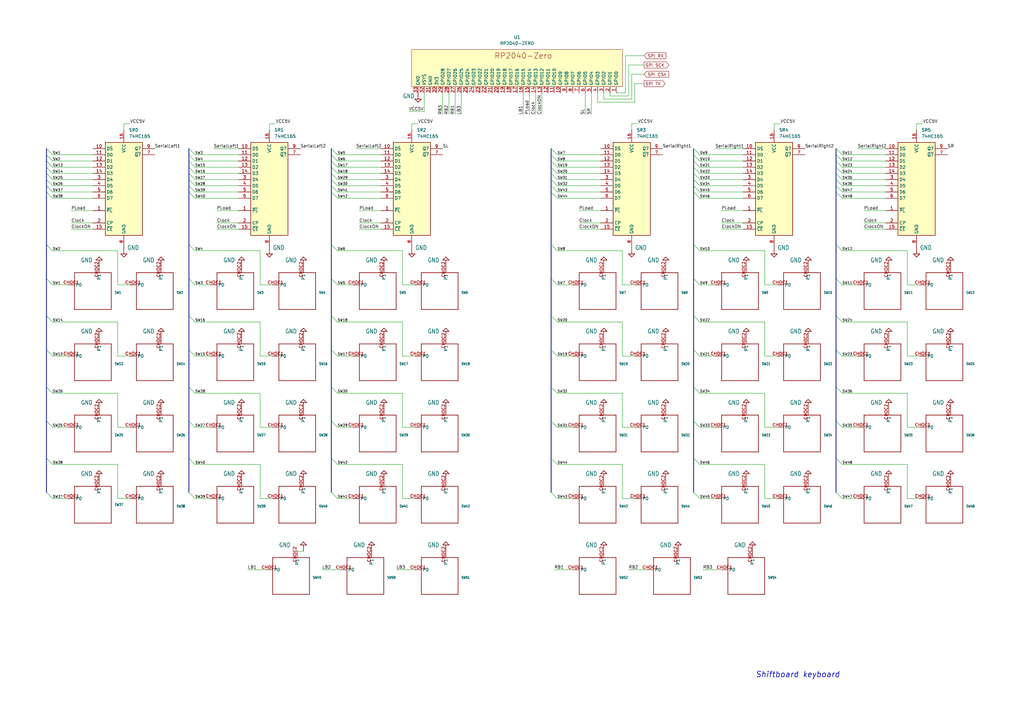
<source format=kicad_sch>
(kicad_sch (version 20211123) (generator eeschema)
  (paper "A3")
  (bus_entry (at 284.48 187.96) (size 2.54 2.54))
  (bus_entry (at 342.9 172.72) (size 2.54 2.54))
  (bus_entry (at 284.48 71.12) (size 2.54 2.54))
  (bus_entry (at 342.9 76.2) (size 2.54 2.54))
  (bus_entry (at 19.05 129.54) (size 2.54 2.54))
  (bus_entry (at 77.47 66.04) (size 2.54 2.54))
  (bus_entry (at 77.47 143.51) (size 2.54 2.54))
  (bus_entry (at 135.89 78.74) (size 2.54 2.54))
  (bus_entry (at 284.48 73.66) (size 2.54 2.54))
  (bus_entry (at 77.47 172.72) (size 2.54 2.54))
  (bus_entry (at 77.47 78.74) (size 2.54 2.54))
  (bus_entry (at 284.48 114.3) (size 2.54 2.54))
  (bus_entry (at 77.47 114.3) (size 2.54 2.54))
  (bus_entry (at 226.06 100.33) (size 2.54 2.54))
  (bus_entry (at 226.06 73.66) (size 2.54 2.54))
  (bus_entry (at 342.9 63.5) (size 2.54 2.54))
  (bus_entry (at 284.48 143.51) (size 2.54 2.54))
  (bus_entry (at 284.48 158.75) (size 2.54 2.54))
  (bus_entry (at 77.47 100.33) (size 2.54 2.54))
  (bus_entry (at 135.89 73.66) (size 2.54 2.54))
  (bus_entry (at 284.48 78.74) (size 2.54 2.54))
  (bus_entry (at 19.05 187.96) (size 2.54 2.54))
  (bus_entry (at 19.05 158.75) (size 2.54 2.54))
  (bus_entry (at 19.05 100.33) (size 2.54 2.54))
  (bus_entry (at 77.47 187.96) (size 2.54 2.54))
  (bus_entry (at 135.89 158.75) (size 2.54 2.54))
  (bus_entry (at 77.47 201.93) (size 2.54 2.54))
  (bus_entry (at 135.89 143.51) (size 2.54 2.54))
  (bus_entry (at 135.89 172.72) (size 2.54 2.54))
  (bus_entry (at 135.89 114.3) (size 2.54 2.54))
  (bus_entry (at 77.47 158.75) (size 2.54 2.54))
  (bus_entry (at 135.89 71.12) (size 2.54 2.54))
  (bus_entry (at 284.48 172.72) (size 2.54 2.54))
  (bus_entry (at 135.89 76.2) (size 2.54 2.54))
  (bus_entry (at 284.48 201.93) (size 2.54 2.54))
  (bus_entry (at 342.9 68.58) (size 2.54 2.54))
  (bus_entry (at 135.89 66.04) (size 2.54 2.54))
  (bus_entry (at 226.06 129.54) (size 2.54 2.54))
  (bus_entry (at 226.06 66.04) (size 2.54 2.54))
  (bus_entry (at 226.06 78.74) (size 2.54 2.54))
  (bus_entry (at 342.9 143.51) (size 2.54 2.54))
  (bus_entry (at 226.06 172.72) (size 2.54 2.54))
  (bus_entry (at 284.48 60.96) (size 2.54 2.54))
  (bus_entry (at 226.06 60.96) (size 2.54 2.54))
  (bus_entry (at 135.89 60.96) (size 2.54 2.54))
  (bus_entry (at 135.89 187.96) (size 2.54 2.54))
  (bus_entry (at 284.48 66.04) (size 2.54 2.54))
  (bus_entry (at 226.06 143.51) (size 2.54 2.54))
  (bus_entry (at 342.9 73.66) (size 2.54 2.54))
  (bus_entry (at 77.47 68.58) (size 2.54 2.54))
  (bus_entry (at 135.89 201.93) (size 2.54 2.54))
  (bus_entry (at 77.47 71.12) (size 2.54 2.54))
  (bus_entry (at 226.06 114.3) (size 2.54 2.54))
  (bus_entry (at 342.9 114.3) (size 2.54 2.54))
  (bus_entry (at 342.9 71.12) (size 2.54 2.54))
  (bus_entry (at 342.9 66.04) (size 2.54 2.54))
  (bus_entry (at 19.05 172.72) (size 2.54 2.54))
  (bus_entry (at 19.05 143.51) (size 2.54 2.54))
  (bus_entry (at 19.05 114.3) (size 2.54 2.54))
  (bus_entry (at 284.48 76.2) (size 2.54 2.54))
  (bus_entry (at 226.06 187.96) (size 2.54 2.54))
  (bus_entry (at 19.05 201.93) (size 2.54 2.54))
  (bus_entry (at 19.05 71.12) (size 2.54 2.54))
  (bus_entry (at 19.05 76.2) (size 2.54 2.54))
  (bus_entry (at 19.05 73.66) (size 2.54 2.54))
  (bus_entry (at 19.05 68.58) (size 2.54 2.54))
  (bus_entry (at 19.05 63.5) (size 2.54 2.54))
  (bus_entry (at 19.05 60.96) (size 2.54 2.54))
  (bus_entry (at 19.05 66.04) (size 2.54 2.54))
  (bus_entry (at 19.05 78.74) (size 2.54 2.54))
  (bus_entry (at 77.47 73.66) (size 2.54 2.54))
  (bus_entry (at 226.06 68.58) (size 2.54 2.54))
  (bus_entry (at 135.89 100.33) (size 2.54 2.54))
  (bus_entry (at 226.06 76.2) (size 2.54 2.54))
  (bus_entry (at 342.9 201.93) (size 2.54 2.54))
  (bus_entry (at 77.47 63.5) (size 2.54 2.54))
  (bus_entry (at 226.06 201.93) (size 2.54 2.54))
  (bus_entry (at 284.48 68.58) (size 2.54 2.54))
  (bus_entry (at 342.9 129.54) (size 2.54 2.54))
  (bus_entry (at 284.48 129.54) (size 2.54 2.54))
  (bus_entry (at 226.06 158.75) (size 2.54 2.54))
  (bus_entry (at 226.06 71.12) (size 2.54 2.54))
  (bus_entry (at 77.47 60.96) (size 2.54 2.54))
  (bus_entry (at 135.89 129.54) (size 2.54 2.54))
  (bus_entry (at 135.89 68.58) (size 2.54 2.54))
  (bus_entry (at 342.9 100.33) (size 2.54 2.54))
  (bus_entry (at 77.47 76.2) (size 2.54 2.54))
  (bus_entry (at 342.9 78.74) (size 2.54 2.54))
  (bus_entry (at 342.9 158.75) (size 2.54 2.54))
  (bus_entry (at 342.9 60.96) (size 2.54 2.54))
  (bus_entry (at 284.48 63.5) (size 2.54 2.54))
  (bus_entry (at 77.47 129.54) (size 2.54 2.54))
  (bus_entry (at 226.06 63.5) (size 2.54 2.54))
  (bus_entry (at 284.48 100.33) (size 2.54 2.54))
  (bus_entry (at 135.89 63.5) (size 2.54 2.54))
  (bus_entry (at 342.9 187.96) (size 2.54 2.54))
  (bus (pts (xy 342.9 187.96) (xy 342.9 201.93)))
  (wire (pts (xy 138.43 71.12) (xy 156.21 71.12)))
  (bus (pts (xy 77.47 129.54) (xy 77.47 143.51)))
  (wire (pts (xy 138.43 146.05) (xy 144.78 146.05)))
  (wire (pts (xy 313.69 204.47) (xy 313.69 190.5)))
  (wire (pts (xy 21.59 81.28) (xy 38.1 81.28)))
  (wire (pts (xy 80.01 71.12) (xy 97.79 71.12)))
  (wire (pts (xy 168.91 53.34) (xy 168.91 50.8)))
  (wire (pts (xy 345.44 190.5) (xy 372.11 190.5)))
  (bus (pts (xy 342.9 63.5) (xy 342.9 66.04)))
  (wire (pts (xy 29.21 91.44) (xy 38.1 91.44)))
  (wire (pts (xy 189.23 38.1) (xy 189.23 46.99)))
  (wire (pts (xy 53.34 204.47) (xy 48.26 204.47)))
  (wire (pts (xy 250.19 38.1) (xy 250.19 39.37)))
  (wire (pts (xy 237.49 93.98) (xy 246.38 93.98)))
  (wire (pts (xy 287.02 204.47) (xy 293.37 204.47)))
  (bus (pts (xy 77.47 66.04) (xy 77.47 68.58)))
  (wire (pts (xy 21.59 63.5) (xy 38.1 63.5)))
  (wire (pts (xy 372.11 204.47) (xy 372.11 190.5)))
  (wire (pts (xy 237.49 91.44) (xy 246.38 91.44)))
  (wire (pts (xy 287.02 73.66) (xy 304.8 73.66)))
  (bus (pts (xy 284.48 100.33) (xy 284.48 114.3)))
  (bus (pts (xy 284.48 78.74) (xy 284.48 100.33)))
  (bus (pts (xy 226.06 66.04) (xy 226.06 68.58)))
  (wire (pts (xy 345.44 68.58) (xy 363.22 68.58)))
  (wire (pts (xy 345.44 116.84) (xy 351.79 116.84)))
  (wire (pts (xy 121.92 226.06) (xy 124.46 226.06)))
  (wire (pts (xy 165.1 116.84) (xy 165.1 102.87)))
  (wire (pts (xy 257.81 26.67) (xy 264.16 26.67)))
  (bus (pts (xy 342.9 76.2) (xy 342.9 78.74)))
  (wire (pts (xy 170.18 204.47) (xy 165.1 204.47)))
  (wire (pts (xy 256.54 38.1) (xy 256.54 22.86)))
  (wire (pts (xy 313.69 146.05) (xy 313.69 132.08)))
  (wire (pts (xy 138.43 63.5) (xy 156.21 63.5)))
  (bus (pts (xy 77.47 78.74) (xy 77.47 100.33)))
  (wire (pts (xy 228.6 175.26) (xy 234.95 175.26)))
  (bus (pts (xy 77.47 76.2) (xy 77.47 78.74)))
  (bus (pts (xy 284.48 66.04) (xy 284.48 68.58)))
  (bus (pts (xy 19.05 63.5) (xy 19.05 66.04)))
  (bus (pts (xy 284.48 172.72) (xy 284.48 187.96)))
  (bus (pts (xy 19.05 172.72) (xy 19.05 187.96)))
  (wire (pts (xy 245.11 38.1) (xy 245.11 41.91)))
  (wire (pts (xy 147.32 91.44) (xy 156.21 91.44)))
  (bus (pts (xy 135.89 76.2) (xy 135.89 78.74)))
  (wire (pts (xy 228.6 68.58) (xy 246.38 68.58)))
  (wire (pts (xy 372.11 146.05) (xy 372.11 132.08)))
  (bus (pts (xy 19.05 71.12) (xy 19.05 73.66)))
  (wire (pts (xy 21.59 116.84) (xy 27.94 116.84)))
  (wire (pts (xy 345.44 81.28) (xy 363.22 81.28)))
  (bus (pts (xy 77.47 172.72) (xy 77.47 187.96)))
  (wire (pts (xy 345.44 71.12) (xy 363.22 71.12)))
  (wire (pts (xy 146.05 60.96) (xy 156.21 60.96)))
  (wire (pts (xy 287.02 66.04) (xy 304.8 66.04)))
  (bus (pts (xy 77.47 158.75) (xy 77.47 172.72)))
  (wire (pts (xy 184.15 38.1) (xy 184.15 46.99)))
  (wire (pts (xy 219.71 46.99) (xy 219.71 38.1)))
  (wire (pts (xy 186.69 38.1) (xy 186.69 46.99)))
  (wire (pts (xy 168.91 50.8) (xy 171.45 50.8)))
  (wire (pts (xy 80.01 102.87) (xy 106.68 102.87)))
  (wire (pts (xy 147.32 86.36) (xy 156.21 86.36)))
  (wire (pts (xy 48.26 116.84) (xy 48.26 102.87)))
  (wire (pts (xy 260.35 146.05) (xy 255.27 146.05)))
  (wire (pts (xy 377.19 204.47) (xy 372.11 204.47)))
  (wire (pts (xy 138.43 204.47) (xy 144.78 204.47)))
  (wire (pts (xy 377.19 175.26) (xy 372.11 175.26)))
  (wire (pts (xy 228.6 71.12) (xy 246.38 71.12)))
  (wire (pts (xy 228.6 66.04) (xy 246.38 66.04)))
  (wire (pts (xy 106.68 116.84) (xy 106.68 102.87)))
  (wire (pts (xy 138.43 76.2) (xy 156.21 76.2)))
  (wire (pts (xy 259.08 50.8) (xy 261.62 50.8)))
  (wire (pts (xy 228.6 102.87) (xy 255.27 102.87)))
  (bus (pts (xy 226.06 143.51) (xy 226.06 158.75)))
  (bus (pts (xy 19.05 158.75) (xy 19.05 172.72)))
  (bus (pts (xy 342.9 68.58) (xy 342.9 71.12)))
  (wire (pts (xy 228.6 146.05) (xy 234.95 146.05)))
  (wire (pts (xy 138.43 81.28) (xy 156.21 81.28)))
  (wire (pts (xy 80.01 175.26) (xy 86.36 175.26)))
  (wire (pts (xy 345.44 66.04) (xy 363.22 66.04)))
  (wire (pts (xy 88.9 93.98) (xy 97.79 93.98)))
  (bus (pts (xy 19.05 66.04) (xy 19.05 68.58)))
  (wire (pts (xy 138.43 175.26) (xy 144.78 175.26)))
  (wire (pts (xy 228.6 132.08) (xy 255.27 132.08)))
  (wire (pts (xy 80.01 76.2) (xy 97.79 76.2)))
  (wire (pts (xy 48.26 204.47) (xy 48.26 190.5)))
  (wire (pts (xy 257.81 233.68) (xy 265.43 233.68)))
  (wire (pts (xy 80.01 78.74) (xy 97.79 78.74)))
  (wire (pts (xy 80.01 63.5) (xy 97.79 63.5)))
  (wire (pts (xy 111.76 116.84) (xy 106.68 116.84)))
  (wire (pts (xy 287.02 63.5) (xy 304.8 63.5)))
  (wire (pts (xy 80.01 190.5) (xy 106.68 190.5)))
  (bus (pts (xy 284.48 68.58) (xy 284.48 71.12)))
  (bus (pts (xy 226.06 76.2) (xy 226.06 78.74)))
  (wire (pts (xy 21.59 78.74) (xy 38.1 78.74)))
  (bus (pts (xy 77.47 71.12) (xy 77.47 73.66)))
  (wire (pts (xy 318.77 204.47) (xy 313.69 204.47)))
  (bus (pts (xy 342.9 158.75) (xy 342.9 172.72)))
  (wire (pts (xy 138.43 73.66) (xy 156.21 73.66)))
  (bus (pts (xy 342.9 143.51) (xy 342.9 158.75)))
  (wire (pts (xy 80.01 68.58) (xy 97.79 68.58)))
  (wire (pts (xy 237.49 86.36) (xy 246.38 86.36)))
  (wire (pts (xy 317.5 53.34) (xy 317.5 50.8)))
  (bus (pts (xy 342.9 78.74) (xy 342.9 100.33)))
  (wire (pts (xy 21.59 71.12) (xy 38.1 71.12)))
  (wire (pts (xy 48.26 146.05) (xy 48.26 132.08)))
  (bus (pts (xy 284.48 158.75) (xy 284.48 172.72)))
  (bus (pts (xy 226.06 71.12) (xy 226.06 73.66)))
  (bus (pts (xy 77.47 68.58) (xy 77.47 71.12)))
  (wire (pts (xy 106.68 146.05) (xy 106.68 132.08)))
  (bus (pts (xy 284.48 76.2) (xy 284.48 78.74)))
  (wire (pts (xy 293.37 60.96) (xy 304.8 60.96)))
  (wire (pts (xy 287.02 71.12) (xy 304.8 71.12)))
  (wire (pts (xy 132.08 233.68) (xy 139.7 233.68)))
  (bus (pts (xy 19.05 60.96) (xy 19.05 63.5)))
  (wire (pts (xy 351.79 60.96) (xy 363.22 60.96)))
  (wire (pts (xy 80.01 66.04) (xy 97.79 66.04)))
  (bus (pts (xy 135.89 100.33) (xy 135.89 114.3)))
  (wire (pts (xy 377.19 116.84) (xy 372.11 116.84)))
  (wire (pts (xy 80.01 204.47) (xy 86.36 204.47)))
  (wire (pts (xy 80.01 81.28) (xy 97.79 81.28)))
  (wire (pts (xy 138.43 190.5) (xy 165.1 190.5)))
  (wire (pts (xy 170.18 175.26) (xy 165.1 175.26)))
  (bus (pts (xy 77.47 143.51) (xy 77.47 158.75)))
  (bus (pts (xy 135.89 78.74) (xy 135.89 100.33)))
  (bus (pts (xy 284.48 71.12) (xy 284.48 73.66)))
  (bus (pts (xy 284.48 143.51) (xy 284.48 158.75)))
  (wire (pts (xy 345.44 63.5) (xy 363.22 63.5)))
  (wire (pts (xy 288.29 233.68) (xy 295.91 233.68)))
  (bus (pts (xy 135.89 68.58) (xy 135.89 71.12)))
  (bus (pts (xy 226.06 68.58) (xy 226.06 71.12)))
  (wire (pts (xy 228.6 81.28) (xy 246.38 81.28)))
  (bus (pts (xy 226.06 158.75) (xy 226.06 172.72)))
  (wire (pts (xy 29.21 86.36) (xy 38.1 86.36)))
  (wire (pts (xy 345.44 78.74) (xy 363.22 78.74)))
  (wire (pts (xy 287.02 175.26) (xy 293.37 175.26)))
  (wire (pts (xy 21.59 132.08) (xy 48.26 132.08)))
  (wire (pts (xy 345.44 146.05) (xy 351.79 146.05)))
  (wire (pts (xy 345.44 161.29) (xy 372.11 161.29)))
  (wire (pts (xy 101.6 233.68) (xy 109.22 233.68)))
  (bus (pts (xy 226.06 187.96) (xy 226.06 201.93)))
  (wire (pts (xy 217.17 46.99) (xy 217.17 38.1)))
  (wire (pts (xy 354.33 93.98) (xy 363.22 93.98)))
  (wire (pts (xy 287.02 68.58) (xy 304.8 68.58)))
  (wire (pts (xy 252.73 38.1) (xy 256.54 38.1)))
  (bus (pts (xy 135.89 172.72) (xy 135.89 187.96)))
  (wire (pts (xy 138.43 102.87) (xy 165.1 102.87)))
  (bus (pts (xy 284.48 187.96) (xy 284.48 201.93)))
  (wire (pts (xy 287.02 161.29) (xy 313.69 161.29)))
  (wire (pts (xy 260.35 41.91) (xy 260.35 34.29)))
  (wire (pts (xy 228.6 204.47) (xy 234.95 204.47)))
  (wire (pts (xy 345.44 76.2) (xy 363.22 76.2)))
  (wire (pts (xy 372.11 175.26) (xy 372.11 161.29)))
  (wire (pts (xy 106.68 204.47) (xy 106.68 190.5)))
  (wire (pts (xy 247.65 38.1) (xy 247.65 40.64)))
  (wire (pts (xy 287.02 81.28) (xy 304.8 81.28)))
  (wire (pts (xy 259.08 40.64) (xy 259.08 30.48)))
  (wire (pts (xy 21.59 204.47) (xy 27.94 204.47)))
  (wire (pts (xy 138.43 68.58) (xy 156.21 68.58)))
  (bus (pts (xy 77.47 100.33) (xy 77.47 114.3)))
  (wire (pts (xy 250.19 39.37) (xy 257.81 39.37)))
  (wire (pts (xy 21.59 146.05) (xy 27.94 146.05)))
  (wire (pts (xy 245.11 41.91) (xy 260.35 41.91)))
  (wire (pts (xy 260.35 175.26) (xy 255.27 175.26)))
  (wire (pts (xy 170.18 116.84) (xy 165.1 116.84)))
  (wire (pts (xy 240.03 38.1) (xy 240.03 46.99)))
  (bus (pts (xy 342.9 73.66) (xy 342.9 76.2)))
  (wire (pts (xy 111.76 146.05) (xy 106.68 146.05)))
  (wire (pts (xy 228.6 73.66) (xy 246.38 73.66)))
  (wire (pts (xy 345.44 204.47) (xy 351.79 204.47)))
  (bus (pts (xy 135.89 63.5) (xy 135.89 66.04)))
  (bus (pts (xy 226.06 73.66) (xy 226.06 76.2)))
  (wire (pts (xy 106.68 175.26) (xy 106.68 161.29)))
  (wire (pts (xy 87.63 60.96) (xy 97.79 60.96)))
  (wire (pts (xy 138.43 161.29) (xy 165.1 161.29)))
  (wire (pts (xy 147.32 93.98) (xy 156.21 93.98)))
  (wire (pts (xy 287.02 102.87) (xy 313.69 102.87)))
  (wire (pts (xy 354.33 86.36) (xy 363.22 86.36)))
  (bus (pts (xy 284.48 60.96) (xy 284.48 63.5)))
  (bus (pts (xy 284.48 129.54) (xy 284.48 143.51)))
  (wire (pts (xy 377.19 146.05) (xy 372.11 146.05)))
  (wire (pts (xy 110.49 53.34) (xy 110.49 50.8)))
  (bus (pts (xy 77.47 114.3) (xy 77.47 129.54)))
  (wire (pts (xy 21.59 190.5) (xy 48.26 190.5)))
  (wire (pts (xy 228.6 190.5) (xy 255.27 190.5)))
  (wire (pts (xy 162.56 233.68) (xy 170.18 233.68)))
  (wire (pts (xy 313.69 116.84) (xy 313.69 102.87)))
  (wire (pts (xy 167.64 45.72) (xy 173.99 45.72)))
  (bus (pts (xy 284.48 63.5) (xy 284.48 66.04)))
  (bus (pts (xy 226.06 172.72) (xy 226.06 187.96)))
  (wire (pts (xy 228.6 161.29) (xy 255.27 161.29)))
  (bus (pts (xy 135.89 129.54) (xy 135.89 143.51)))
  (wire (pts (xy 313.69 175.26) (xy 313.69 161.29)))
  (bus (pts (xy 226.06 60.96) (xy 226.06 63.5)))
  (bus (pts (xy 226.06 114.3) (xy 226.06 129.54)))
  (wire (pts (xy 173.99 38.1) (xy 173.99 45.72)))
  (bus (pts (xy 226.06 100.33) (xy 226.06 114.3)))
  (bus (pts (xy 19.05 114.3) (xy 19.05 129.54)))
  (wire (pts (xy 138.43 66.04) (xy 156.21 66.04)))
  (wire (pts (xy 138.43 78.74) (xy 156.21 78.74)))
  (wire (pts (xy 227.33 233.68) (xy 234.95 233.68)))
  (wire (pts (xy 372.11 116.84) (xy 372.11 102.87)))
  (wire (pts (xy 110.49 50.8) (xy 113.03 50.8)))
  (wire (pts (xy 80.01 161.29) (xy 106.68 161.29)))
  (wire (pts (xy 318.77 116.84) (xy 313.69 116.84)))
  (wire (pts (xy 375.92 53.34) (xy 375.92 50.8)))
  (wire (pts (xy 53.34 175.26) (xy 48.26 175.26)))
  (bus (pts (xy 19.05 78.74) (xy 19.05 100.33)))
  (wire (pts (xy 21.59 76.2) (xy 38.1 76.2)))
  (wire (pts (xy 21.59 68.58) (xy 38.1 68.58)))
  (bus (pts (xy 284.48 73.66) (xy 284.48 76.2)))
  (bus (pts (xy 135.89 66.04) (xy 135.89 68.58)))
  (wire (pts (xy 228.6 76.2) (xy 246.38 76.2)))
  (bus (pts (xy 77.47 63.5) (xy 77.47 66.04)))
  (wire (pts (xy 80.01 146.05) (xy 86.36 146.05)))
  (wire (pts (xy 287.02 132.08) (xy 313.69 132.08)))
  (wire (pts (xy 259.08 53.34) (xy 259.08 50.8)))
  (wire (pts (xy 53.34 146.05) (xy 48.26 146.05)))
  (wire (pts (xy 257.81 39.37) (xy 257.81 26.67)))
  (bus (pts (xy 135.89 143.51) (xy 135.89 158.75)))
  (bus (pts (xy 135.89 60.96) (xy 135.89 63.5)))
  (wire (pts (xy 260.35 204.47) (xy 255.27 204.47)))
  (wire (pts (xy 260.35 116.84) (xy 255.27 116.84)))
  (bus (pts (xy 342.9 60.96) (xy 342.9 63.5)))
  (wire (pts (xy 111.76 175.26) (xy 106.68 175.26)))
  (wire (pts (xy 260.35 34.29) (xy 264.16 34.29)))
  (wire (pts (xy 138.43 132.08) (xy 165.1 132.08)))
  (bus (pts (xy 342.9 172.72) (xy 342.9 187.96)))
  (wire (pts (xy 345.44 73.66) (xy 363.22 73.66)))
  (wire (pts (xy 53.34 116.84) (xy 48.26 116.84)))
  (wire (pts (xy 287.02 146.05) (xy 293.37 146.05)))
  (bus (pts (xy 19.05 73.66) (xy 19.05 76.2)))
  (wire (pts (xy 287.02 190.5) (xy 313.69 190.5)))
  (wire (pts (xy 318.77 146.05) (xy 313.69 146.05)))
  (bus (pts (xy 135.89 158.75) (xy 135.89 172.72)))
  (wire (pts (xy 80.01 132.08) (xy 106.68 132.08)))
  (wire (pts (xy 214.63 38.1) (xy 214.63 46.99)))
  (bus (pts (xy 226.06 78.74) (xy 226.06 100.33)))
  (bus (pts (xy 77.47 60.96) (xy 77.47 63.5)))
  (wire (pts (xy 21.59 175.26) (xy 27.94 175.26)))
  (wire (pts (xy 375.92 50.8) (xy 378.46 50.8)))
  (bus (pts (xy 19.05 76.2) (xy 19.05 78.74)))
  (bus (pts (xy 284.48 114.3) (xy 284.48 129.54)))
  (wire (pts (xy 48.26 175.26) (xy 48.26 161.29)))
  (wire (pts (xy 138.43 116.84) (xy 144.78 116.84)))
  (bus (pts (xy 226.06 129.54) (xy 226.06 143.51)))
  (bus (pts (xy 135.89 187.96) (xy 135.89 201.93)))
  (wire (pts (xy 165.1 175.26) (xy 165.1 161.29)))
  (wire (pts (xy 80.01 73.66) (xy 97.79 73.66)))
  (bus (pts (xy 77.47 187.96) (xy 77.47 201.93)))
  (wire (pts (xy 29.21 93.98) (xy 38.1 93.98)))
  (bus (pts (xy 77.47 73.66) (xy 77.47 76.2)))
  (wire (pts (xy 242.57 38.1) (xy 242.57 46.99)))
  (wire (pts (xy 345.44 132.08) (xy 372.11 132.08)))
  (wire (pts (xy 88.9 86.36) (xy 97.79 86.36)))
  (wire (pts (xy 88.9 91.44) (xy 97.79 91.44)))
  (bus (pts (xy 342.9 129.54) (xy 342.9 143.51)))
  (bus (pts (xy 135.89 73.66) (xy 135.89 76.2)))
  (wire (pts (xy 50.8 50.8) (xy 53.34 50.8)))
  (wire (pts (xy 170.18 146.05) (xy 165.1 146.05)))
  (wire (pts (xy 256.54 22.86) (xy 264.16 22.86)))
  (bus (pts (xy 342.9 66.04) (xy 342.9 68.58)))
  (bus (pts (xy 342.9 71.12) (xy 342.9 73.66)))
  (wire (pts (xy 21.59 102.87) (xy 48.26 102.87)))
  (wire (pts (xy 228.6 63.5) (xy 246.38 63.5)))
  (wire (pts (xy 21.59 161.29) (xy 48.26 161.29)))
  (wire (pts (xy 165.1 204.47) (xy 165.1 190.5)))
  (wire (pts (xy 255.27 175.26) (xy 255.27 161.29)))
  (wire (pts (xy 111.76 204.47) (xy 106.68 204.47)))
  (wire (pts (xy 21.59 66.04) (xy 38.1 66.04)))
  (bus (pts (xy 19.05 129.54) (xy 19.05 143.51)))
  (bus (pts (xy 135.89 71.12) (xy 135.89 73.66)))
  (wire (pts (xy 287.02 78.74) (xy 304.8 78.74)))
  (wire (pts (xy 247.65 40.64) (xy 259.08 40.64)))
  (wire (pts (xy 295.91 86.36) (xy 304.8 86.36)))
  (wire (pts (xy 80.01 116.84) (xy 86.36 116.84)))
  (wire (pts (xy 295.91 91.44) (xy 304.8 91.44)))
  (wire (pts (xy 255.27 116.84) (xy 255.27 102.87)))
  (wire (pts (xy 228.6 78.74) (xy 246.38 78.74)))
  (bus (pts (xy 19.05 68.58) (xy 19.05 71.12)))
  (wire (pts (xy 255.27 146.05) (xy 255.27 132.08)))
  (wire (pts (xy 255.27 204.47) (xy 255.27 190.5)))
  (wire (pts (xy 21.59 73.66) (xy 38.1 73.66)))
  (bus (pts (xy 19.05 100.33) (xy 19.05 114.3)))
  (wire (pts (xy 222.25 38.1) (xy 222.25 46.99)))
  (bus (pts (xy 342.9 114.3) (xy 342.9 129.54)))
  (wire (pts (xy 165.1 146.05) (xy 165.1 132.08)))
  (bus (pts (xy 342.9 100.33) (xy 342.9 114.3)))
  (wire (pts (xy 287.02 116.84) (xy 293.37 116.84)))
  (wire (pts (xy 345.44 102.87) (xy 372.11 102.87)))
  (bus (pts (xy 19.05 187.96) (xy 19.05 201.93)))
  (wire (pts (xy 345.44 175.26) (xy 351.79 175.26)))
  (wire (pts (xy 259.08 30.48) (xy 264.16 30.48)))
  (wire (pts (xy 50.8 53.34) (xy 50.8 50.8)))
  (wire (pts (xy 181.61 38.1) (xy 181.61 46.99)))
  (bus (pts (xy 135.89 114.3) (xy 135.89 129.54)))
  (bus (pts (xy 19.05 143.51) (xy 19.05 158.75)))
  (wire (pts (xy 295.91 93.98) (xy 304.8 93.98)))
  (wire (pts (xy 354.33 91.44) (xy 363.22 91.44)))
  (wire (pts (xy 317.5 50.8) (xy 320.04 50.8)))
  (wire (pts (xy 287.02 76.2) (xy 304.8 76.2)))
  (bus (pts (xy 226.06 63.5) (xy 226.06 66.04)))
  (wire (pts (xy 228.6 116.84) (xy 234.95 116.84)))
  (wire (pts (xy 318.77 175.26) (xy 313.69 175.26)))
  (text "Shiftboard keyboard" (at 309.88 278.13 0) (effects (font (size 2.27 2.27) (thickness 0.254) bold italic) (justify left bottom)))
  (label "SW37" (at 21.59 78.74 0) (effects (font (size 1 1))))
  (label "Clock" (at 354.33 91.44 0))
  (label "SW13" (at 21.59 146.05 0) (effects (font (size 1 1))))
  (label "ClockON" (at 354.33 93.98 0))
  (label "SW12" (at 345.44 66.04 0) (effects (font (size 1 1))))
  (label "SW7" (at 228.6 63.5 0) (effects (font (size 1 1))))
  (label "SW43" (at 228.6 204.47 0) (effects (font (size 1 1))))
  (label "SW48" (at 345.44 81.28 0) (effects (font (size 1 1))))
  (label "SW44" (at 228.6 81.28 0) (effects (font (size 1 1))))
  (label "SW2" (at 21.59 102.87 0) (effects (font (size 1 1))))
  (label "SW43" (at 228.6 78.74 0) (effects (font (size 1 1))))
  (label "ClockON" (at 29.21 93.98 0))
  (label "ClockON" (at 147.32 93.98 0))
  (label "PLoad" (at 237.49 86.36 0))
  (label "VCC5V" (at 167.64 45.72 0))
  (label "SW11" (at 345.44 63.5 0) (effects (font (size 1 1))))
  (label "SW31" (at 228.6 73.66 0) (effects (font (size 1 1))))
  (label "SW46" (at 287.02 81.28 0) (effects (font (size 1 1))))
  (label "SW1" (at 21.59 63.5 0) (effects (font (size 1 1))))
  (label "SW35" (at 345.44 73.66 0) (effects (font (size 1 1))))
  (label "SW20" (at 228.6 132.08 0) (effects (font (size 1 1))))
  (label "SW22" (at 287.02 71.12 0) (effects (font (size 1 1))))
  (label "SW12" (at 345.44 102.87 0) (effects (font (size 1 1))))
  (label "SW33" (at 287.02 73.66 0) (effects (font (size 1 1))))
  (label "SW15" (at 80.01 146.05 0) (effects (font (size 1 1))))
  (label "SW47" (at 345.44 78.74 0) (effects (font (size 1 1))))
  (label "SW45" (at 287.02 78.74 0) (effects (font (size 1 1))))
  (label "SW40" (at 80.01 81.28 0) (effects (font (size 1 1))))
  (label "VCC5V" (at 320.04 50.8 0))
  (label "SW35" (at 345.44 175.26 0) (effects (font (size 1 1))))
  (label "LB1" (at 101.6 233.68 0))
  (label "SW6" (at 138.43 102.87 0) (effects (font (size 1 1))))
  (label "SW10" (at 287.02 102.87 0) (effects (font (size 1 1))))
  (label "SW7" (at 228.6 116.84 0) (effects (font (size 1 1))))
  (label "PLoad" (at 29.21 86.36 0))
  (label "SerialLeft1" (at 87.63 60.96 0))
  (label "ClockON" (at 237.49 93.98 0))
  (label "SW11" (at 345.44 116.84 0) (effects (font (size 1 1))))
  (label "SW45" (at 287.02 204.47 0) (effects (font (size 1 1))))
  (label "PLoad" (at 217.17 46.99 90))
  (label "SW39" (at 80.01 204.47 0) (effects (font (size 1 1))))
  (label "SW4" (at 80.01 102.87 0) (effects (font (size 1 1))))
  (label "SW34" (at 287.02 161.29 0) (effects (font (size 1 1))))
  (label "RB1" (at 227.33 233.68 0))
  (label "PLoad" (at 354.33 86.36 0))
  (label "RB2" (at 184.15 46.99 90))
  (label "SW3" (at 80.01 63.5 0) (effects (font (size 1 1))))
  (label "SW23" (at 345.44 68.58 0) (effects (font (size 1 1))))
  (label "SW25" (at 21.59 73.66 0) (effects (font (size 1 1))))
  (label "SW40" (at 80.01 190.5 0) (effects (font (size 1 1))))
  (label "SW1" (at 21.59 116.84 0) (effects (font (size 1 1))))
  (label "SW2" (at 21.59 66.04 0) (effects (font (size 1 1))))
  (label "SW41" (at 138.43 78.74 0) (effects (font (size 1 1))))
  (label "SR" (at 242.57 46.99 90))
  (label "SW37" (at 21.59 204.47 0) (effects (font (size 1 1))))
  (label "Clock" (at 29.21 91.44 0))
  (label "SR" (at 388.62 60.96 0))
  (label "PLoad" (at 88.9 86.36 0))
  (label "SW16" (at 80.01 71.12 0) (effects (font (size 1 1))))
  (label "SW5" (at 138.43 116.84 0) (effects (font (size 1 1))))
  (label "SW29" (at 138.43 73.66 0) (effects (font (size 1 1))))
  (label "SW3" (at 80.01 116.84 0) (effects (font (size 1 1))))
  (label "SerialRight2" (at 351.79 60.96 0))
  (label "Clock" (at 237.49 91.44 0))
  (label "SW42" (at 138.43 190.5 0) (effects (font (size 1 1))))
  (label "SerialRight2" (at 330.2 60.96 0))
  (label "SW44" (at 228.6 190.5 0) (effects (font (size 1 1))))
  (label "SW4" (at 80.01 66.04 0) (effects (font (size 1 1))))
  (label "SW41" (at 138.43 204.47 0) (effects (font (size 1 1))))
  (label "VCC5V" (at 171.45 50.8 0))
  (label "SerialLeft2" (at 123.19 60.96 0))
  (label "RB1" (at 186.69 46.99 90))
  (label "VCC5V" (at 113.03 50.8 0))
  (label "SW48" (at 345.44 190.5 0) (effects (font (size 1 1))))
  (label "SW21" (at 287.02 146.05 0) (effects (font (size 1 1))))
  (label "ClockON" (at 295.91 93.98 0))
  (label "SW26" (at 21.59 76.2 0) (effects (font (size 1 1))))
  (label "Clock" (at 147.32 91.44 0))
  (label "SW17" (at 138.43 146.05 0) (effects (font (size 1 1))))
  (label "PLoad" (at 147.32 86.36 0))
  (label "SW34" (at 287.02 76.2 0) (effects (font (size 1 1))))
  (label "SW31" (at 228.6 175.26 0) (effects (font (size 1 1))))
  (label "SW28" (at 80.01 76.2 0) (effects (font (size 1 1))))
  (label "RB3" (at 288.29 233.68 0))
  (label "LB2" (at 132.08 233.68 0))
  (label "SW9" (at 287.02 116.84 0) (effects (font (size 1 1))))
  (label "SW5" (at 138.43 63.5 0) (effects (font (size 1 1))))
  (label "SW36" (at 345.44 76.2 0) (effects (font (size 1 1))))
  (label "SW13" (at 21.59 68.58 0) (effects (font (size 1 1))))
  (label "SW33" (at 287.02 175.26 0) (effects (font (size 1 1))))
  (label "VCC5V" (at 261.62 50.8 0))
  (label "SW24" (at 345.44 132.08 0) (effects (font (size 1 1))))
  (label "SerialLeft2" (at 146.05 60.96 0))
  (label "SW6" (at 138.43 66.04 0) (effects (font (size 1 1))))
  (label "SW27" (at 80.01 73.66 0) (effects (font (size 1 1))))
  (label "SW17" (at 138.43 68.58 0) (effects (font (size 1 1))))
  (label "Clock" (at 295.91 91.44 0))
  (label "ClockON" (at 222.25 46.99 90))
  (label "SW22" (at 287.02 132.08 0) (effects (font (size 1 1))))
  (label "LB3" (at 162.56 233.68 0))
  (label "SerialLeft1" (at 63.5 60.96 0))
  (label "VCC5V" (at 378.46 50.8 0))
  (label "SW20" (at 228.6 71.12 0) (effects (font (size 1 1))))
  (label "SW19" (at 228.6 146.05 0) (effects (font (size 1 1))))
  (label "SW29" (at 138.43 175.26 0) (effects (font (size 1 1))))
  (label "SW32" (at 228.6 76.2 0) (effects (font (size 1 1))))
  (label "SW23" (at 345.44 146.05 0) (effects (font (size 1 1))))
  (label "SW26" (at 21.59 161.29 0) (effects (font (size 1 1))))
  (label "SW9" (at 287.02 63.5 0) (effects (font (size 1 1))))
  (label "ClockON" (at 88.9 93.98 0))
  (label "SW18" (at 138.43 71.12 0) (effects (font (size 1 1))))
  (label "SW24" (at 345.44 71.12 0) (effects (font (size 1 1))))
  (label "SW42" (at 138.43 81.28 0) (effects (font (size 1 1))))
  (label "SerialRight1" (at 271.78 60.96 0))
  (label "SW38" (at 21.59 190.5 0) (effects (font (size 1 1))))
  (label "SW36" (at 345.44 161.29 0) (effects (font (size 1 1))))
  (label "SW27" (at 80.01 175.26 0) (effects (font (size 1 1))))
  (label "SW8" (at 228.6 102.87 0) (effects (font (size 1 1))))
  (label "SW10" (at 287.02 66.04 0) (effects (font (size 1 1))))
  (label "VCC5V" (at 53.34 50.8 0))
  (label "SW14" (at 21.59 71.12 0) (effects (font (size 1 1))))
  (label "Clock" (at 219.71 46.99 90))
  (label "SL" (at 240.03 46.99 90))
  (label "SW25" (at 21.59 175.26 0) (effects (font (size 1 1))))
  (label "SW28" (at 80.01 161.29 0) (effects (font (size 1 1))))
  (label "SW15" (at 80.01 68.58 0) (effects (font (size 1 1))))
  (label "SL" (at 181.61 60.96 0))
  (label "SW30" (at 138.43 161.29 0) (effects (font (size 1 1))))
  (label "SW8" (at 228.6 66.04 0) (effects (font (size 1 1))))
  (label "SW14" (at 21.59 132.08 0) (effects (font (size 1 1))))
  (label "SW16" (at 80.01 132.08 0) (effects (font (size 1 1))))
  (label "SW47" (at 345.44 204.47 0) (effects (font (size 1 1))))
  (label "SW46" (at 287.02 190.5 0) (effects (font (size 1 1))))
  (label "PLoad" (at 295.91 86.36 0))
  (label "SW18" (at 138.43 132.08 0) (effects (font (size 1 1))))
  (label "LB1" (at 214.63 46.99 90))
  (label "RB3" (at 181.61 46.99 90))
  (label "SerialRight1" (at 293.37 60.96 0))
  (label "SW30" (at 138.43 76.2 0) (effects (font (size 1 1))))
  (label "RB2" (at 257.81 233.68 0))
  (label "SW19" (at 228.6 68.58 0) (effects (font (size 1 1))))
  (label "SW39" (at 80.01 78.74 0) (effects (font (size 1 1))))
  (label "LB3" (at 189.23 46.99 90))
  (label "SW21" (at 287.02 68.58 0) (effects (font (size 1 1))))
  (label "Clock" (at 88.9 91.44 0))
  (label "SW38" (at 21.59 81.28 0) (effects (font (size 1 1))))
  (label "SW32" (at 228.6 161.29 0) (effects (font (size 1 1))))
  (global_label "SPI TX" (shape output) (at 264.16 34.29 0) (property "Intersheet References" "${INTERSHEET_REFS}" (effects hide)))
  (global_label "SPI SCK" (shape output) (at 264.16 26.67 0) (property "Intersheet References" "${INTERSHEET_REFS}" (effects hide)))
  (global_label "SPI RX" (shape input) (at 264.16 22.86 0) (property "Intersheet References" "${INTERSHEET_REFS}" (effects hide)))
  (global_label "SPI CSn" (shape input) (at 264.16 30.48 0) (property "Intersheet References" "${INTERSHEET_REFS}" (effects hide)))
  (symbol (lib_id "Cyberdeck Mech Keeb-eagle-import:GND") (at 364.49 135.89 180) (unit 1)
    (property "Reference" "#SUPPLY0156" (effects hide))
    (property "Value" "GND" (at 359.41 135.89 0) (effects (font (size 1.778 1.5113))))
  )
  (symbol (lib_id "Cyberdeck Mech Keeb-eagle-import:GND") (at 306.07 135.89 180) (unit 1)
    (property "Reference" "#SUPPLY0153" (effects hide))
    (property "Value" "GND" (at 300.99 135.89 0) (effects (font (size 1.778 1.5113))))
  )
  (symbol (lib_id "74xx:74HC165") (at 50.8 76.2 0) (unit 1)
    (property "Reference" "SR0" (at 52.8194 53.34 0) (effects (justify left)))
    (property "Value" "74HC165" (at 52.8194 55.88 0) (effects (justify left)))
    (property "Datasheet" "https://assets.nexperia.com/documents/data-sheet/74HC_HCT165.pdf" (effects hide))
  )
  (symbol (lib_id "Cyberdeck Mech Keeb-eagle-import:GND") (at 168.91 104.14 0) (unit 1)
    (property "Reference" "#SUPPLY0127" (effects hide))
    (property "Value" "GND" (at 172.72 101.6 0) (effects (font (size 1.778 1.5113))))
  )
  (symbol (lib_id "Cyberdeck Mech Keeb-eagle-import:GND") (at 182.88 223.52 180) (unit 1)
    (property "Reference" "#SUPPLY0151" (effects hide))
    (property "Value" "GND" (at 177.8 223.52 0) (effects (font (size 1.778 1.5113))))
  )
  (symbol (lib_id "Cyberdeck Mech Keeb-eagle-import:GND") (at 99.06 106.68 180) (unit 1)
    (property "Reference" "#SUPPLY0120" (effects hide))
    (property "Value" "GND" (at 93.98 106.68 0) (effects (font (size 1.778 1.5113))))
  )
  (symbol (lib_id "Cyberdeck Mech Keeb-eagle-import:GND") (at 364.49 165.1 180) (unit 1)
    (property "Reference" "#SUPPLY0110" (effects hide))
    (property "Value" "GND" (at 359.41 165.1 0) (effects (font (size 1.778 1.5113))))
  )
  (symbol (lib_id "Cyberdeck Mech Keeb-eagle-import:KEYSWITCH-PLAIN-CHOC--6U") (at 121.92 148.59 0) (unit 1)
    (property "Reference" "SW16" (at 130.81 149.225 0) (effects (font (size 1 0.85)) (justify left)))
    (property "Value" "KEYSWITCH-PLAIN-CHOC--6U" (effects hide))
  )
  (symbol (lib_id "Cyberdeck Mech Keeb-eagle-import:GND") (at 66.04 194.31 180) (unit 1)
    (property "Reference" "#SUPPLY0138" (effects hide))
    (property "Value" "GND" (at 60.96 194.31 0) (effects (font (size 1.778 1.5113))))
  )
  (symbol (lib_id "Cyberdeck Mech Keeb-eagle-import:GND") (at 273.05 194.31 180) (unit 1)
    (property "Reference" "#SUPPLY0103" (effects hide))
    (property "Value" "GND" (at 267.97 194.31 0) (effects (font (size 1.778 1.5113))))
  )
  (symbol (lib_id "74xx:74HC165") (at 259.08 76.2 0) (unit 1)
    (property "Reference" "SR3" (at 261.0994 53.34 0) (effects (justify left)))
    (property "Value" "74HC165" (at 261.0994 55.88 0) (effects (justify left)))
    (property "Datasheet" "https://assets.nexperia.com/documents/data-sheet/74HC_HCT165.pdf" (effects hide))
  )
  (symbol (lib_id "Cyberdeck Mech Keeb-eagle-import:GND") (at 40.64 194.31 180) (unit 1)
    (property "Reference" "#SUPPLY0140" (effects hide))
    (property "Value" "GND" (at 35.56 194.31 0) (effects (font (size 1.778 1.5113))))
  )
  (symbol (lib_id "Cyberdeck Mech Keeb-eagle-import:GND") (at 124.46 135.89 180) (unit 1)
    (property "Reference" "#SUPPLY0119" (effects hide))
    (property "Value" "GND" (at 119.38 135.89 0) (effects (font (size 1.778 1.5113))))
  )
  (symbol (lib_id "Cyberdeck Mech Keeb-eagle-import:KEYSWITCH-PLAIN-CHOC--6U") (at 328.93 177.8 0) (unit 1)
    (property "Reference" "SW34" (at 337.82 178.435 0) (effects (font (size 1 0.85)) (justify left)))
    (property "Value" "KEYSWITCH-PLAIN-CHOC--6U" (effects hide))
  )
  (symbol (lib_id "Cyberdeck Mech Keeb-eagle-import:GND") (at 331.47 135.89 180) (unit 1)
    (property "Reference" "#SUPPLY0155" (effects hide))
    (property "Value" "GND" (at 326.39 135.89 0) (effects (font (size 1.778 1.5113))))
  )
  (symbol (lib_id "Cyberdeck Mech Keeb-eagle-import:GND") (at 99.06 165.1 180) (unit 1)
    (property "Reference" "#SUPPLY0149" (effects hide))
    (property "Value" "GND" (at 93.98 165.1 0) (effects (font (size 1.778 1.5113))))
  )
  (symbol (lib_id "Cyberdeck Mech Keeb-eagle-import:GND") (at 306.07 194.31 180) (unit 1)
    (property "Reference" "#SUPPLY0106" (effects hide))
    (property "Value" "GND" (at 300.99 194.31 0) (effects (font (size 1.778 1.5113))))
  )
  (symbol (lib_id "Cyberdeck Mech Keeb-eagle-import:GND") (at 331.47 194.31 180) (unit 1)
    (property "Reference" "#SUPPLY0102" (effects hide))
    (property "Value" "GND" (at 326.39 194.31 0) (effects (font (size 1.778 1.5113))))
  )
  (symbol (lib_id "Cyberdeck Mech Keeb-eagle-import:GND") (at 259.08 104.14 0) (unit 1)
    (property "Reference" "#SUPPLY0135" (effects hide))
    (property "Value" "GND" (at 262.89 101.6 0) (effects (font (size 1.778 1.5113))))
  )
  (symbol (lib_id "Cyberdeck Mech Keeb-eagle-import:KEYSWITCH-PLAIN-CHOC--6U") (at 361.95 119.38 0) (unit 1)
    (property "Reference" "SW11" (at 370.84 120.015 0) (effects (font (size 1 0.85)) (justify left)))
    (property "Value" "KEYSWITCH-PLAIN-CHOC--6U" (effects hide))
  )
  (symbol (lib_id "Cyberdeck Mech Keeb-eagle-import:GND") (at 247.65 106.68 180) (unit 1)
    (property "Reference" "#SUPPLY0133" (effects hide))
    (property "Value" "GND" (at 242.57 106.68 0) (effects (font (size 1.778 1.5113))))
  )
  (symbol (lib_id "74xx:74HC165") (at 168.91 76.2 0) (unit 1)
    (property "Reference" "SR2" (at 170.9294 53.34 0) (effects (justify left)))
    (property "Value" "74HC165" (at 170.9294 55.88 0) (effects (justify left)))
    (property "Datasheet" "https://assets.nexperia.com/documents/data-sheet/74HC_HCT165.pdf" (effects hide))
  )
  (symbol (lib_id "Cyberdeck Mech Keeb-eagle-import:GND") (at 157.48 194.31 180) (unit 1)
    (property "Reference" "#SUPPLY0146" (effects hide))
    (property "Value" "GND" (at 152.4 194.31 0) (effects (font (size 1.778 1.5113))))
  )
  (symbol (lib_id "Cyberdeck Mech Keeb-eagle-import:GND") (at 247.65 165.1 180) (unit 1)
    (property "Reference" "#SUPPLY0117" (effects hide))
    (property "Value" "GND" (at 242.57 165.1 0) (effects (font (size 1.778 1.5113))))
  )
  (symbol (lib_id "fiveday:RP2040-ZERO") (at 254 39.37 270) (unit 1)
    (property "Reference" "U1" (at 212.09 15.24 90))
    (property "Value" "RP2040-ZERO" (at 212.09 17.78 90))
  )
  (symbol (lib_id "Cyberdeck Mech Keeb-eagle-import:KEYSWITCH-PLAIN-CHOC--6U") (at 361.95 177.8 0) (unit 1)
    (property "Reference" "SW35" (at 370.84 178.435 0) (effects (font (size 1 0.85)) (justify left)))
    (property "Value" "KEYSWITCH-PLAIN-CHOC--6U" (effects hide))
  )
  (symbol (lib_id "Cyberdeck Mech Keeb-eagle-import:KEYSWITCH-PLAIN-CHOC--6U") (at 361.95 207.01 0) (unit 1)
    (property "Reference" "SW47" (at 370.84 207.645 0) (effects (font (size 1 0.85)) (justify left)))
    (property "Value" "KEYSWITCH-PLAIN-CHOC--6U" (effects hide))
  )
  (symbol (lib_id "Cyberdeck Mech Keeb-eagle-import:GND") (at 171.45 40.64 0) (unit 1)
    (property "Reference" "#SUPPLY0137" (effects hide))
    (property "Value" "GND" (at 167.64 39.37 0) (effects (font (size 1.778 1.5113))))
  )
  (symbol (lib_id "Cyberdeck Mech Keeb-eagle-import:KEYSWITCH-PLAIN-CHOC--6U") (at 387.35 148.59 0) (unit 1)
    (property "Reference" "SW24" (at 396.24 149.225 0) (effects (font (size 1 0.85)) (justify left)))
    (property "Value" "KEYSWITCH-PLAIN-CHOC--6U" (effects hide))
  )
  (symbol (lib_id "74xx:74HC165") (at 375.92 76.2 0) (unit 1)
    (property "Reference" "SR5" (at 377.9394 53.34 0) (effects (justify left)))
    (property "Value" "74HC165" (at 377.9394 55.88 0) (effects (justify left)))
    (property "Datasheet" "https://assets.nexperia.com/documents/data-sheet/74HC_HCT165.pdf" (effects hide))
  )
  (symbol (lib_id "Cyberdeck Mech Keeb-eagle-import:KEYSWITCH-PLAIN-CHOC--6U") (at 306.07 236.22 0) (unit 1)
    (property "Reference" "SW54" (at 314.96 236.855 0) (effects (font (size 1 0.85)) (justify left)))
    (property "Value" "KEYSWITCH-PLAIN-CHOC--6U" (effects hide))
  )
  (symbol (lib_id "Cyberdeck Mech Keeb-eagle-import:GND") (at 389.89 165.1 180) (unit 1)
    (property "Reference" "#SUPPLY0112" (effects hide))
    (property "Value" "GND" (at 384.81 165.1 0) (effects (font (size 1.778 1.5113))))
  )
  (symbol (lib_id "Cyberdeck Mech Keeb-eagle-import:GND") (at 317.5 104.14 0) (unit 1)
    (property "Reference" "#SUPPLY0163" (effects hide))
    (property "Value" "GND" (at 321.31 101.6 0) (effects (font (size 1.778 1.5113))))
  )
  (symbol (lib_id "Cyberdeck Mech Keeb-eagle-import:GND") (at 124.46 223.52 180) (unit 1)
    (property "Reference" "#SUPPLY0144" (effects hide))
    (property "Value" "GND" (at 116.84 223.52 0) (effects (font (size 1.778 1.5113))))
  )
  (symbol (lib_id "Cyberdeck Mech Keeb-eagle-import:KEYSWITCH-PLAIN-CHOC--6U") (at 149.86 236.22 0) (unit 1)
    (property "Reference" "SW50" (at 158.75 236.855 0) (effects (font (size 1 0.85)) (justify left)))
    (property "Value" "KEYSWITCH-PLAIN-CHOC--6U" (effects hide))
  )
  (symbol (lib_id "Cyberdeck Mech Keeb-eagle-import:KEYSWITCH-PLAIN-CHOC--6U") (at 154.94 177.8 0) (unit 1)
    (property "Reference" "SW29" (at 163.83 178.435 0) (effects (font (size 1 0.85)) (justify left)))
    (property "Value" "KEYSWITCH-PLAIN-CHOC--6U" (effects hide))
  )
  (symbol (lib_id "Cyberdeck Mech Keeb-eagle-import:GND") (at 66.04 165.1 180) (unit 1)
    (property "Reference" "#SUPPLY0148" (effects hide))
    (property "Value" "GND" (at 60.96 165.1 0) (effects (font (size 1.778 1.5113))))
  )
  (symbol (lib_id "Cyberdeck Mech Keeb-eagle-import:GND") (at 182.88 194.31 180) (unit 1)
    (property "Reference" "#SUPPLY0150" (effects hide))
    (property "Value" "GND" (at 177.8 194.31 0) (effects (font (size 1.778 1.5113))))
  )
  (symbol (lib_id "Cyberdeck Mech Keeb-eagle-import:KEYSWITCH-PLAIN-CHOC--6U") (at 180.34 119.38 0) (unit 1)
    (property "Reference" "SW6" (at 189.23 120.015 0) (effects (font (size 1 0.85)) (justify left)))
    (property "Value" "KEYSWITCH-PLAIN-CHOC--6U" (effects hide))
  )
  (symbol (lib_id "Cyberdeck Mech Keeb-eagle-import:KEYSWITCH-PLAIN-CHOC--6U") (at 63.5 119.38 0) (unit 1)
    (property "Reference" "SW2" (at 72.39 120.015 0) (effects (font (size 1 0.85)) (justify left)))
    (property "Value" "KEYSWITCH-PLAIN-CHOC--6U" (effects hide))
  )
  (symbol (lib_id "Cyberdeck Mech Keeb-eagle-import:KEYSWITCH-PLAIN-CHOC--6U") (at 270.51 177.8 0) (unit 1)
    (property "Reference" "SW32" (at 279.4 178.435 0) (effects (font (size 1 0.85)) (justify left)))
    (property "Value" "KEYSWITCH-PLAIN-CHOC--6U" (effects hide))
  )
  (symbol (lib_id "Cyberdeck Mech Keeb-eagle-import:KEYSWITCH-PLAIN-CHOC--6U") (at 121.92 207.01 0) (unit 1)
    (property "Reference" "SW40" (at 130.81 207.645 0) (effects (font (size 1 0.85)) (justify left)))
    (property "Value" "KEYSWITCH-PLAIN-CHOC--6U" (effects hide))
  )
  (symbol (lib_id "Cyberdeck Mech Keeb-eagle-import:GND") (at 247.65 194.31 180) (unit 1)
    (property "Reference" "#SUPPLY0116" (effects hide))
    (property "Value" "GND" (at 242.57 194.31 0) (effects (font (size 1.778 1.5113))))
  )
  (symbol (lib_id "Cyberdeck Mech Keeb-eagle-import:GND") (at 247.65 223.52 180) (unit 1)
    (property "Reference" "#SUPPLY0114" (effects hide))
    (property "Value" "GND" (at 242.57 223.52 0) (effects (font (size 1.778 1.5113))))
  )
  (symbol (lib_id "Cyberdeck Mech Keeb-eagle-import:KEYSWITCH-PLAIN-CHOC--6U") (at 154.94 148.59 0) (unit 1)
    (property "Reference" "SW17" (at 163.83 149.225 0) (effects (font (size 1 0.85)) (justify left)))
    (property "Value" "KEYSWITCH-PLAIN-CHOC--6U" (effects hide))
  )
  (symbol (lib_id "Cyberdeck Mech Keeb-eagle-import:KEYSWITCH-PLAIN-CHOC--6U") (at 387.35 177.8 0) (unit 1)
    (property "Reference" "SW36" (at 396.24 178.435 0) (effects (font (size 1 0.85)) (justify left)))
    (property "Value" "KEYSWITCH-PLAIN-CHOC--6U" (effects hide))
  )
  (symbol (lib_id "Cyberdeck Mech Keeb-eagle-import:KEYSWITCH-PLAIN-CHOC--6U") (at 180.34 236.22 0) (unit 1)
    (property "Reference" "SW51" (at 189.23 236.855 0) (effects (font (size 1 0.85)) (justify left)))
    (property "Value" "KEYSWITCH-PLAIN-CHOC--6U" (effects hide))
  )
  (symbol (lib_id "Cyberdeck Mech Keeb-eagle-import:KEYSWITCH-PLAIN-CHOC--6U") (at 96.52 207.01 0) (unit 1)
    (property "Reference" "SW39" (at 105.41 207.645 0) (effects (font (size 1 0.85)) (justify left)))
    (property "Value" "KEYSWITCH-PLAIN-CHOC--6U" (effects hide))
  )
  (symbol (lib_id "Cyberdeck Mech Keeb-eagle-import:KEYSWITCH-PLAIN-CHOC--6U") (at 180.34 148.59 0) (unit 1)
    (property "Reference" "SW18" (at 189.23 149.225 0) (effects (font (size 1 0.85)) (justify left)))
    (property "Value" "KEYSWITCH-PLAIN-CHOC--6U" (effects hide))
  )
  (symbol (lib_id "Cyberdeck Mech Keeb-eagle-import:KEYSWITCH-PLAIN-CHOC--6U") (at 303.53 119.38 0) (unit 1)
    (property "Reference" "SW9" (at 312.42 120.015 0) (effects (font (size 1 0.85)) (justify left)))
    (property "Value" "KEYSWITCH-PLAIN-CHOC--6U" (effects hide))
  )
  (symbol (lib_id "Cyberdeck Mech Keeb-eagle-import:GND") (at 40.64 165.1 180) (unit 1)
    (property "Reference" "#SUPPLY0139" (effects hide))
    (property "Value" "GND" (at 35.56 165.1 0) (effects (font (size 1.778 1.5113))))
  )
  (symbol (lib_id "Cyberdeck Mech Keeb-eagle-import:GND") (at 157.48 165.1 180) (unit 1)
    (property "Reference" "#SUPPLY0142" (effects hide))
    (property "Value" "GND" (at 152.4 165.1 0) (effects (font (size 1.778 1.5113))))
  )
  (symbol (lib_id "Cyberdeck Mech Keeb-eagle-import:GND") (at 124.46 194.31 180) (unit 1)
    (property "Reference" "#SUPPLY0143" (effects hide))
    (property "Value" "GND" (at 119.38 194.31 0) (effects (font (size 1.778 1.5113))))
  )
  (symbol (lib_id "Cyberdeck Mech Keeb-eagle-import:GND") (at 389.89 194.31 180) (unit 1)
    (property "Reference" "#SUPPLY0113" (effects hide))
    (property "Value" "GND" (at 384.81 194.31 0) (effects (font (size 1.778 1.5113))))
  )
  (symbol (lib_id "Cyberdeck Mech Keeb-eagle-import:GND") (at 66.04 106.68 180) (unit 1)
    (property "Reference" "#SUPPLY0132" (effects hide))
    (property "Value" "GND" (at 60.96 106.68 0) (effects (font (size 1.778 1.5113))))
  )
  (symbol (lib_id "Cyberdeck Mech Keeb-eagle-import:KEYSWITCH-PLAIN-CHOC--6U") (at 180.34 177.8 0) (unit 1)
    (property "Reference" "SW30" (at 189.23 178.435 0) (effects (font (size 1 0.85)) (justify left)))
    (property "Value" "KEYSWITCH-PLAIN-CHOC--6U" (effects hide))
  )
  (symbol (lib_id "Cyberdeck Mech Keeb-eagle-import:GND") (at 364.49 106.68 180) (unit 1)
    (property "Reference" "#SUPPLY0161" (effects hide))
    (property "Value" "GND" (at 359.41 106.68 0) (effects (font (size 1.778 1.5113))))
  )
  (symbol (lib_id "Cyberdeck Mech Keeb-eagle-import:KEYSWITCH-PLAIN-CHOC--6U") (at 96.52 177.8 0) (unit 1)
    (property "Reference" "SW27" (at 105.41 178.435 0) (effects (font (size 1 0.85)) (justify left)))
    (property "Value" "KEYSWITCH-PLAIN-CHOC--6U" (effects hide))
  )
  (symbol (lib_id "Cyberdeck Mech Keeb-eagle-import:KEYSWITCH-PLAIN-CHOC--6U") (at 361.95 148.59 0) (unit 1)
    (property "Reference" "SW23" (at 370.84 149.225 0) (effects (font (size 1 0.85)) (justify left)))
    (property "Value" "KEYSWITCH-PLAIN-CHOC--6U" (effects hide))
  )
  (symbol (lib_id "Cyberdeck Mech Keeb-eagle-import:KEYSWITCH-PLAIN-CHOC--6U") (at 303.53 177.8 0) (unit 1)
    (property "Reference" "SW33" (at 312.42 178.435 0) (effects (font (size 1 0.85)) (justify left)))
    (property "Value" "KEYSWITCH-PLAIN-CHOC--6U" (effects hide))
  )
  (symbol (lib_id "Cyberdeck Mech Keeb-eagle-import:GND") (at 124.46 106.68 180) (unit 1)
    (property "Reference" "#SUPPLY0118" (effects hide))
    (property "Value" "GND" (at 119.38 106.68 0) (effects (font (size 1.778 1.5113))))
  )
  (symbol (lib_id "Cyberdeck Mech Keeb-eagle-import:KEYSWITCH-PLAIN-CHOC--6U") (at 387.35 207.01 0) (unit 1)
    (property "Reference" "SW48" (at 396.24 207.645 0) (effects (font (size 1 0.85)) (justify left)))
    (property "Value" "KEYSWITCH-PLAIN-CHOC--6U" (effects hide))
  )
  (symbol (lib_id "Cyberdeck Mech Keeb-eagle-import:GND") (at 40.64 106.68 180) (unit 1)
    (property "Reference" "#SUPPLY0130" (effects hide))
    (property "Value" "GND" (at 35.56 106.68 0) (effects (font (size 1.778 1.5113))))
  )
  (symbol (lib_id "Cyberdeck Mech Keeb-eagle-import:KEYSWITCH-PLAIN-CHOC--6U") (at 180.34 207.01 0) (unit 1)
    (property "Reference" "SW42" (at 189.23 207.645 0) (effects (font (size 1 0.85)) (justify left)))
    (property "Value" "KEYSWITCH-PLAIN-CHOC--6U" (effects hide))
  )
  (symbol (lib_id "Cyberdeck Mech Keeb-eagle-import:GND") (at 247.65 135.89 180) (unit 1)
    (property "Reference" "#SUPPLY0115" (effects hide))
    (property "Value" "GND" (at 242.57 135.89 0) (effects (font (size 1.778 1.5113))))
  )
  (symbol (lib_id "Cyberdeck Mech Keeb-eagle-import:GND") (at 157.48 135.89 180) (unit 1)
    (property "Reference" "#SUPPLY0126" (effects hide))
    (property "Value" "GND" (at 152.4 135.89 0) (effects (font (size 1.778 1.5113))))
  )
  (symbol (lib_id "Cyberdeck Mech Keeb-eagle-import:GND") (at 331.47 165.1 180) (unit 1)
    (property "Reference" "#SUPPLY0109" (effects hide))
    (property "Value" "GND" (at 326.39 165.1 0) (effects (font (size 1.778 1.5113))))
  )
  (symbol (lib_id "Cyberdeck Mech Keeb-eagle-import:KEYSWITCH-PLAIN-CHOC--6U") (at 270.51 148.59 0) (unit 1)
    (property "Reference" "SW20" (at 279.4 149.225 0) (effects (font (size 1 0.85)) (justify left)))
    (property "Value" "KEYSWITCH-PLAIN-CHOC--6U" (effects hide))
  )
  (symbol (lib_id "Cyberdeck Mech Keeb-eagle-import:KEYSWITCH-PLAIN-CHOC--6U") (at 270.51 207.01 0) (unit 1)
    (property "Reference" "SW44" (at 279.4 207.645 0) (effects (font (size 1 0.85)) (justify left)))
    (property "Value" "KEYSWITCH-PLAIN-CHOC--6U" (effects hide))
  )
  (symbol (lib_id "74xx:74HC165") (at 110.49 76.2 0) (unit 1)
    (property "Reference" "SR1" (at 112.5094 53.34 0) (effects (justify left)))
    (property "Value" "74HC165" (at 112.5094 55.88 0) (effects (justify left)))
    (property "Datasheet" "https://assets.nexperia.com/documents/data-sheet/74HC_HCT165.pdf" (effects hide))
  )
  (symbol (lib_id "Cyberdeck Mech Keeb-eagle-import:GND") (at 152.4 223.52 180) (unit 1)
    (property "Reference" "#SUPPLY0145" (effects hide))
    (property "Value" "GND" (at 147.32 223.52 0) (effects (font (size 1.778 1.5113))))
  )
  (symbol (lib_id "Cyberdeck Mech Keeb-eagle-import:GND") (at 182.88 165.1 180) (unit 1)
    (property "Reference" "#SUPPLY0129" (effects hide))
    (property "Value" "GND" (at 177.8 165.1 0) (effects (font (size 1.778 1.5113))))
  )
  (symbol (lib_id "Cyberdeck Mech Keeb-eagle-import:GND") (at 40.64 135.89 180) (unit 1)
    (property "Reference" "#SUPPLY0122" (effects hide))
    (property "Value" "GND" (at 35.56 135.89 0) (effects (font (size 1.778 1.5113))))
  )
  (symbol (lib_id "Cyberdeck Mech Keeb-eagle-import:KEYSWITCH-PLAIN-CHOC--6U") (at 387.35 119.38 0) (unit 1)
    (property "Reference" "SW12" (at 396.24 120.015 0) (effects (font (size 1 0.85)) (justify left)))
    (property "Value" "KEYSWITCH-PLAIN-CHOC--6U" (effects hide))
  )
  (symbol (lib_id "Cyberdeck Mech Keeb-eagle-import:KEYSWITCH-PLAIN-CHOC--6U") (at 275.59 236.22 0) (unit 1)
    (property "Reference" "SW53" (at 284.48 236.855 0) (effects (font (size 1 0.85)) (justify left)))
    (property "Value" "KEYSWITCH-PLAIN-CHOC--6U" (effects hide))
  )
  (symbol (lib_id "Cyberdeck Mech Keeb-eagle-import:GND") (at 375.92 104.14 0) (unit 1)
    (property "Reference" "#SUPPLY0159" (effects hide))
    (property "Value" "GND" (at 379.73 101.6 0) (effects (font (size 1.778 1.5113))))
  )
  (symbol (lib_id "Cyberdeck Mech Keeb-eagle-import:KEYSWITCH-PLAIN-CHOC--6U") (at 154.94 207.01 0) (unit 1)
    (property "Reference" "SW41" (at 163.83 207.645 0) (effects (font (size 1 0.85)) (justify left)))
    (property "Value" "KEYSWITCH-PLAIN-CHOC--6U" (effects hide))
  )
  (symbol (lib_id "Cyberdeck Mech Keeb-eagle-import:KEYSWITCH-PLAIN-CHOC--6U") (at 328.93 148.59 0) (unit 1)
    (property "Reference" "SW22" (at 337.82 149.225 0) (effects (font (size 1 0.85)) (justify left)))
    (property "Value" "KEYSWITCH-PLAIN-CHOC--6U" (effects hide))
  )
  (symbol (lib_id "Cyberdeck Mech Keeb-eagle-import:KEYSWITCH-PLAIN-CHOC--6U") (at 245.11 207.01 0) (unit 1)
    (property "Reference" "SW43" (at 254 207.645 0) (effects (font (size 1 0.85)) (justify left)))
    (property "Value" "KEYSWITCH-PLAIN-CHOC--6U" (effects hide))
  )
  (symbol (lib_id "Cyberdeck Mech Keeb-eagle-import:GND") (at 389.89 106.68 180) (unit 1)
    (property "Reference" "#SUPPLY0158" (effects hide))
    (property "Value" "GND" (at 384.81 106.68 0) (effects (font (size 1.778 1.5113))))
  )
  (symbol (lib_id "Cyberdeck Mech Keeb-eagle-import:KEYSWITCH-PLAIN-CHOC--6U") (at 96.52 148.59 0) (unit 1)
    (property "Reference" "SW15" (at 105.41 149.225 0) (effects (font (size 1 0.85)) (justify left)))
    (property "Value" "KEYSWITCH-PLAIN-CHOC--6U" (effects hide))
  )
  (symbol (lib_id "Cyberdeck Mech Keeb-eagle-import:GND") (at 273.05 165.1 180) (unit 1)
    (property "Reference" "#SUPPLY0107" (effects hide))
    (property "Value" "GND" (at 267.97 165.1 0) (effects (font (size 1.778 1.5113))))
  )
  (symbol (lib_id "Cyberdeck Mech Keeb-eagle-import:KEYSWITCH-PLAIN-CHOC--6U") (at 63.5 207.01 0) (unit 1)
    (property "Reference" "SW38" (at 72.39 207.645 0) (effects (font (size 1 0.85)) (justify left)))
    (property "Value" "KEYSWITCH-PLAIN-CHOC--6U" (effects hide))
  )
  (symbol (lib_id "Cyberdeck Mech Keeb-eagle-import:KEYSWITCH-PLAIN-CHOC--6U") (at 38.1 207.01 0) (unit 1)
    (property "Reference" "SW37" (at 46.99 207.01 0) (effects (font (size 1 0.85)) (justify left)))
    (property "Value" "KEYSWITCH-PLAIN-CHOC--6U" (effects hide))
  )
  (symbol (lib_id "Cyberdeck Mech Keeb-eagle-import:GND") (at 273.05 135.89 180) (unit 1)
    (property "Reference" "#SUPPLY0154" (effects hide))
    (property "Value" "GND" (at 267.97 135.89 0) (effects (font (size 1.778 1.5113))))
  )
  (symbol (lib_id "Cyberdeck Mech Keeb-eagle-import:GND") (at 99.06 135.89 180) (unit 1)
    (property "Reference" "#SUPPLY0123" (effects hide))
    (property "Value" "GND" (at 93.98 135.89 0) (effects (font (size 1.778 1.5113))))
  )
  (symbol (lib_id "Cyberdeck Mech Keeb-eagle-import:KEYSWITCH-PLAIN-CHOC--6U") (at 245.11 177.8 0) (unit 1)
    (property "Reference" "SW31" (at 254 178.435 0) (effects (font (size 1 0.85)) (justify left)))
    (property "Value" "KEYSWITCH-PLAIN-CHOC--6U" (effects hide))
  )
  (symbol (lib_id "Cyberdeck Mech Keeb-eagle-import:GND") (at 182.88 135.89 180) (unit 1)
    (property "Reference" "#SUPPLY0128" (effects hide))
    (property "Value" "GND" (at 177.8 135.89 0) (effects (font (size 1.778 1.5113))))
  )
  (symbol (lib_id "74xx:74HC165") (at 317.5 76.2 0) (unit 1)
    (property "Reference" "SR4" (at 319.5194 53.34 0) (effects (justify left)))
    (property "Value" "74HC165" (at 319.5194 55.88 0) (effects (justify left)))
    (property "Datasheet" "https://assets.nexperia.com/documents/data-sheet/74HC_HCT165.pdf" (effects hide))
  )
  (symbol (lib_id "Cyberdeck Mech Keeb-eagle-import:KEYSWITCH-PLAIN-CHOC--6U") (at 119.38 236.22 0) (unit 1)
    (property "Reference" "SW49" (at 128.27 236.855 0) (effects (font (size 1 0.85)) (justify left)))
    (property "Value" "KEYSWITCH-PLAIN-CHOC--6U" (effects hide))
  )
  (symbol (lib_id "Cyberdeck Mech Keeb-eagle-import:KEYSWITCH-PLAIN-CHOC--6U") (at 96.52 119.38 0) (unit 1)
    (property "Reference" "SW3" (at 105.41 120.015 0) (effects (font (size 1 0.85)) (justify left)))
    (property "Value" "KEYSWITCH-PLAIN-CHOC--6U" (effects hide))
  )
  (symbol (lib_id "Cyberdeck Mech Keeb-eagle-import:KEYSWITCH-PLAIN-CHOC--6U") (at 38.1 119.38 0) (unit 1)
    (property "Reference" "SW1" (at 46.99 120.015 0) (effects (font (size 1 0.85)) (justify left)))
    (property "Value" "KEYSWITCH-PLAIN-CHOC--6U" (effects hide))
  )
  (symbol (lib_id "Cyberdeck Mech Keeb-eagle-import:KEYSWITCH-PLAIN-CHOC--6U") (at 303.53 207.01 0) (unit 1)
    (property "Reference" "SW45" (at 312.42 207.645 0) (effects (font (size 1 0.85)) (justify left)))
    (property "Value" "KEYSWITCH-PLAIN-CHOC--6U" (effects hide))
  )
  (symbol (lib_id "Cyberdeck Mech Keeb-eagle-import:KEYSWITCH-PLAIN-CHOC--6U") (at 303.53 148.59 0) (unit 1)
    (property "Reference" "SW21" (at 312.42 149.225 0) (effects (font (size 1 0.85)) (justify left)))
    (property "Value" "KEYSWITCH-PLAIN-CHOC--6U" (effects hide))
  )
  (symbol (lib_id "Cyberdeck Mech Keeb-eagle-import:GND") (at 99.06 194.31 180) (unit 1)
    (property "Reference" "#SUPPLY0147" (effects hide))
    (property "Value" "GND" (at 93.98 194.31 0) (effects (font (size 1.778 1.5113))))
  )
  (symbol (lib_id "Cyberdeck Mech Keeb-eagle-import:KEYSWITCH-PLAIN-CHOC--6U") (at 38.1 177.8 0) (unit 1)
    (property "Reference" "SW25" (at 46.99 178.435 0) (effects (font (size 1 0.85)) (justify left)))
    (property "Value" "KEYSWITCH-PLAIN-CHOC--6U" (effects hide))
  )
  (symbol (lib_id "Cyberdeck Mech Keeb-eagle-import:GND") (at 124.46 165.1 180) (unit 1)
    (property "Reference" "#SUPPLY0141" (effects hide))
    (property "Value" "GND" (at 119.38 165.1 0) (effects (font (size 1.778 1.5113))))
  )
  (symbol (lib_id "Cyberdeck Mech Keeb-eagle-import:KEYSWITCH-PLAIN-CHOC--6U") (at 121.92 119.38 0) (unit 1)
    (property "Reference" "SW4" (at 130.81 120.015 0) (effects (font (size 1 0.85)) (justify left)))
    (property "Value" "KEYSWITCH-PLAIN-CHOC--6U" (effects hide))
  )
  (symbol (lib_id "Cyberdeck Mech Keeb-eagle-import:GND") (at 50.8 104.14 0) (unit 1)
    (property "Reference" "#SUPPLY0131" (effects hide))
    (property "Value" "GND" (at 54.61 101.6 0) (effects (font (size 1.778 1.5113))))
  )
  (symbol (lib_id "Cyberdeck Mech Keeb-eagle-import:GND") (at 182.88 106.68 180) (unit 1)
    (property "Reference" "#SUPPLY0136" (effects hide))
    (property "Value" "GND" (at 177.8 106.68 0) (effects (font (size 1.778 1.5113))))
  )
  (symbol (lib_id "Cyberdeck Mech Keeb-eagle-import:KEYSWITCH-PLAIN-CHOC--6U") (at 328.93 119.38 0) (unit 1)
    (property "Reference" "SW10" (at 337.82 120.015 0) (effects (font (size 1 0.85)) (justify left)))
    (property "Value" "KEYSWITCH-PLAIN-CHOC--6U" (effects hide))
  )
  (symbol (lib_id "Cyberdeck Mech Keeb-eagle-import:GND") (at 308.61 223.52 180) (unit 1)
    (property "Reference" "#SUPPLY0104" (effects hide))
    (property "Value" "GND" (at 303.53 223.52 0) (effects (font (size 1.778 1.5113))))
  )
  (symbol (lib_id "Cyberdeck Mech Keeb-eagle-import:KEYSWITCH-PLAIN-CHOC--6U") (at 270.51 119.38 0) (unit 1)
    (property "Reference" "SW8" (at 279.4 120.015 0) (effects (font (size 1 0.85)) (justify left)))
    (property "Value" "KEYSWITCH-PLAIN-CHOC--6U" (effects hide))
  )
  (symbol (lib_id "Cyberdeck Mech Keeb-eagle-import:KEYSWITCH-PLAIN-CHOC--6U") (at 38.1 148.59 0) (unit 1)
    (property "Reference" "SW13" (at 46.99 149.225 0) (effects (font (size 1 0.85)) (justify left)))
    (property "Value" "KEYSWITCH-PLAIN-CHOC--6U" (effects hide))
  )
  (symbol (lib_id "Cyberdeck Mech Keeb-eagle-import:GND") (at 278.13 223.52 180) (unit 1)
    (property "Reference" "#SUPPLY0105" (effects hide))
    (property "Value" "GND" (at 273.05 223.52 0) (effects (font (size 1.778 1.5113))))
  )
  (symbol (lib_id "Cyberdeck Mech Keeb-eagle-import:KEYSWITCH-PLAIN-CHOC--6U") (at 245.11 148.59 0) (unit 1)
    (property "Reference" "SW19" (at 254 149.225 0) (effects (font (size 1 0.85)) (justify left)))
    (property "Value" "KEYSWITCH-PLAIN-CHOC--6U" (effects hide))
  )
  (symbol (lib_id "Cyberdeck Mech Keeb-eagle-import:GND") (at 306.07 106.68 180) (unit 1)
    (property "Reference" "#SUPPLY0162" (effects hide))
    (property "Value" "GND" (at 300.99 106.68 0) (effects (font (size 1.778 1.5113))))
  )
  (symbol (lib_id "Cyberdeck Mech Keeb-eagle-import:KEYSWITCH-PLAIN-CHOC--6U") (at 245.11 236.22 0) (unit 1)
    (property "Reference" "SW52" (at 254 236.855 0) (effects (font (size 1 0.85)) (justify left)))
    (property "Value" "KEYSWITCH-PLAIN-CHOC--6U" (effects hide))
  )
  (symbol (lib_id "Cyberdeck Mech Keeb-eagle-import:KEYSWITCH-PLAIN-CHOC--6U") (at 63.5 177.8 0) (unit 1)
    (property "Reference" "SW26" (at 72.39 178.435 0) (effects (font (size 1 0.85)) (justify left)))
    (property "Value" "KEYSWITCH-PLAIN-CHOC--6U" (effects hide))
  )
  (symbol (lib_id "Cyberdeck Mech Keeb-eagle-import:KEYSWITCH-PLAIN-CHOC--6U") (at 63.5 148.59 0) (unit 1)
    (property "Reference" "SW14" (at 72.39 149.225 0) (effects (font (size 1 0.85)) (justify left)))
    (property "Value" "KEYSWITCH-PLAIN-CHOC--6U" (effects hide))
  )
  (symbol (lib_id "Cyberdeck Mech Keeb-eagle-import:GND") (at 389.89 135.89 180) (unit 1)
    (property "Reference" "#SUPPLY0111" (effects hide))
    (property "Value" "GND" (at 384.81 135.89 0) (effects (font (size 1.778 1.5113))))
  )
  (symbol (lib_id "Cyberdeck Mech Keeb-eagle-import:KEYSWITCH-PLAIN-CHOC--6U") (at 245.11 119.38 0) (unit 1)
    (property "Reference" "SW7" (at 254 120.015 0) (effects (font (size 1 0.85)) (justify left)))
    (property "Value" "KEYSWITCH-PLAIN-CHOC--6U" (effects hide))
  )
  (symbol (lib_id "Cyberdeck Mech Keeb-eagle-import:GND") (at 364.49 194.31 180) (unit 1)
    (property "Reference" "#SUPPLY0101" (effects hide))
    (property "Value" "GND" (at 359.41 194.31 0) (effects (font (size 1.778 1.5113))))
  )
  (symbol (lib_id "Cyberdeck Mech Keeb-eagle-import:KEYSWITCH-PLAIN-CHOC--6U") (at 121.92 177.8 0) (unit 1)
    (property "Reference" "SW28" (at 130.81 178.435 0) (effects (font (size 1 0.85)) (justify left)))
    (property "Value" "KEYSWITCH-PLAIN-CHOC--6U" (effects hide))
  )
  (symbol (lib_id "Cyberdeck Mech Keeb-eagle-import:GND") (at 331.47 106.68 180) (unit 1)
    (property "Reference" "#SUPPLY0160" (effects hide))
    (property "Value" "GND" (at 326.39 106.68 0) (effects (font (size 1.778 1.5113))))
  )
  (symbol (lib_id "Cyberdeck Mech Keeb-eagle-import:GND") (at 157.48 106.68 180) (unit 1)
    (property "Reference" "#SUPPLY0125" (effects hide))
    (property "Value" "GND" (at 152.4 106.68 0) (effects (font (size 1.778 1.5113))))
  )
  (symbol (lib_id "Cyberdeck Mech Keeb-eagle-import:KEYSWITCH-PLAIN-CHOC--6U") (at 154.94 119.38 0) (unit 1)
    (property "Reference" "SW5" (at 163.83 120.015 0) (effects (font (size 1 0.85)) (justify left)))
    (property "Value" "KEYSWITCH-PLAIN-CHOC--6U" (effects hide))
  )
  (symbol (lib_id "Cyberdeck Mech Keeb-eagle-import:GND") (at 273.05 106.68 180) (unit 1)
    (property "Reference" "#SUPPLY0134" (effects hide))
    (property "Value" "GND" (at 267.97 106.68 0) (effects (font (size 1.778 1.5113))))
  )
  (symbol (lib_id "Cyberdeck Mech Keeb-eagle-import:KEYSWITCH-PLAIN-CHOC--6U") (at 328.93 207.01 0) (unit 1)
    (property "Reference" "SW46" (at 337.82 207.645 0) (effects (font (size 1 0.85)) (justify left)))
    (property "Value" "KEYSWITCH-PLAIN-CHOC--6U" (effects hide))
  )
  (symbol (lib_id "Cyberdeck Mech Keeb-eagle-import:GND") (at 66.04 135.89 180) (unit 1)
    (property "Reference" "#SUPPLY0124" (effects hide))
    (property "Value" "GND" (at 60.96 135.89 0) (effects (font (size 1.778 1.5113))))
  )
  (symbol (lib_id "Cyberdeck Mech Keeb-eagle-import:GND") (at 110.49 104.14 0) (unit 1)
    (property "Reference" "#SUPPLY0121" (effects hide))
    (property "Value" "GND" (at 114.3 101.6 0) (effects (font (size 1.778 1.5113))))
  )
  (symbol (lib_id "Cyberdeck Mech Keeb-eagle-import:GND") (at 306.07 165.1 180) (unit 1)
    (property "Reference" "#SUPPLY0108" (effects hide))
    (property "Value" "GND" (at 300.99 165.1 0) (effects (font (size 1.778 1.5113))))
  )
)
</source>
